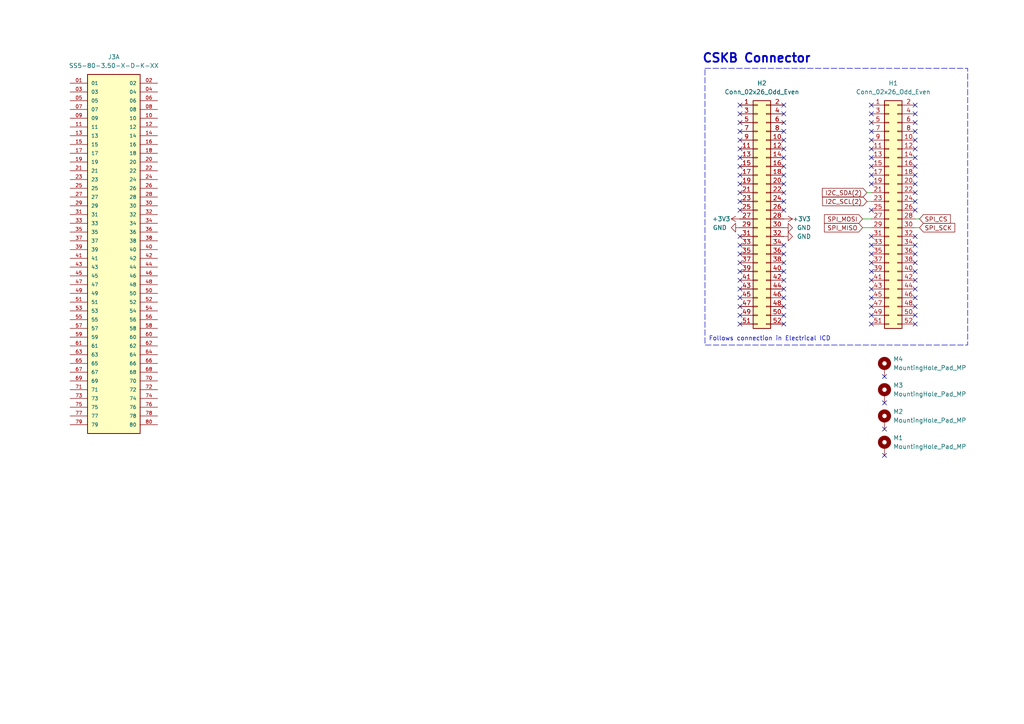
<source format=kicad_sch>
(kicad_sch (version 20250114) (generator "eeschema") (generator_version "9.0")
  (paper "A4")
  (lib_symbols
    (symbol "Connector_Generic:Conn_02x26_Odd_Even" (pin_names (offset 1.016) (hide yes))
      (property "Reference" "J" (at 1.27 33.02 0))
      (property "Value" "Conn_02x26_Odd_Even" (at 1.27 -35.56 0))
      (symbol "Conn_02x26_Odd_Even_1_1"
        (rectangle (start -1.27 31.75) (end 3.81 -34.29) (stroke (width 0.254)) (fill (type background)))
        (rectangle (start -1.27 30.607) (end 0 30.353) (stroke (width 0.1524)))
        (rectangle (start -1.27 28.067) (end 0 27.813) (stroke (width 0.1524)))
        (rectangle (start -1.27 25.527) (end 0 25.273) (stroke (width 0.1524)))
        (rectangle (start -1.27 22.987) (end 0 22.733) (stroke (width 0.1524)))
        (rectangle (start -1.27 20.447) (end 0 20.193) (stroke (width 0.1524)))
        (rectangle (start -1.27 17.907) (end 0 17.653) (stroke (width 0.1524)))
        (rectangle (start -1.27 15.367) (end 0 15.113) (stroke (width 0.1524)))
        (rectangle (start -1.27 12.827) (end 0 12.573) (stroke (width 0.1524)))
        (rectangle (start -1.27 10.287) (end 0 10.033) (stroke (width 0.1524)))
        (rectangle (start -1.27 7.747) (end 0 7.493) (stroke (width 0.1524)))
        (rectangle (start -1.27 5.207) (end 0 4.953) (stroke (width 0.1524)))
        (rectangle (start -1.27 2.667) (end 0 2.413) (stroke (width 0.1524)))
        (rectangle (start -1.27 0.127) (end 0 -0.127) (stroke (width 0.1524)))
        (rectangle (start -1.27 -2.413) (end 0 -2.667) (stroke (width 0.1524)))
        (rectangle (start -1.27 -4.953) (end 0 -5.207) (stroke (width 0.1524)))
        (rectangle (start -1.27 -7.493) (end 0 -7.747) (stroke (width 0.1524)))
        (rectangle (start -1.27 -10.033) (end 0 -10.287) (stroke (width 0.1524)))
        (rectangle (start -1.27 -12.573) (end 0 -12.827) (stroke (width 0.1524)))
        (rectangle (start -1.27 -15.113) (end 0 -15.367) (stroke (width 0.1524)))
        (rectangle (start -1.27 -17.653) (end 0 -17.907) (stroke (width 0.1524)))
        (rectangle (start -1.27 -20.193) (end 0 -20.447) (stroke (width 0.1524)))
        (rectangle (start -1.27 -22.733) (end 0 -22.987) (stroke (width 0.1524)))
        (rectangle (start -1.27 -25.273) (end 0 -25.527) (stroke (width 0.1524)))
        (rectangle (start -1.27 -27.813) (end 0 -28.067) (stroke (width 0.1524)))
        (rectangle (start -1.27 -30.353) (end 0 -30.607) (stroke (width 0.1524)))
        (rectangle (start -1.27 -32.893) (end 0 -33.147) (stroke (width 0.1524)))
        (rectangle (start 3.81 30.607) (end 2.54 30.353) (stroke (width 0.1524)))
        (rectangle (start 3.81 28.067) (end 2.54 27.813) (stroke (width 0.1524)))
        (rectangle (start 3.81 25.527) (end 2.54 25.273) (stroke (width 0.1524)))
        (rectangle (start 3.81 22.987) (end 2.54 22.733) (stroke (width 0.1524)))
        (rectangle (start 3.81 20.447) (end 2.54 20.193) (stroke (width 0.1524)))
        (rectangle (start 3.81 17.907) (end 2.54 17.653) (stroke (width 0.1524)))
        (rectangle (start 3.81 15.367) (end 2.54 15.113) (stroke (width 0.1524)))
        (rectangle (start 3.81 12.827) (end 2.54 12.573) (stroke (width 0.1524)))
        (rectangle (start 3.81 10.287) (end 2.54 10.033) (stroke (width 0.1524)))
        (rectangle (start 3.81 7.747) (end 2.54 7.493) (stroke (width 0.1524)))
        (rectangle (start 3.81 5.207) (end 2.54 4.953) (stroke (width 0.1524)))
        (rectangle (start 3.81 2.667) (end 2.54 2.413) (stroke (width 0.1524)))
        (rectangle (start 3.81 0.127) (end 2.54 -0.127) (stroke (width 0.1524)))
        (rectangle (start 3.81 -2.413) (end 2.54 -2.667) (stroke (width 0.1524)))
        (rectangle (start 3.81 -4.953) (end 2.54 -5.207) (stroke (width 0.1524)))
        (rectangle (start 3.81 -7.493) (end 2.54 -7.747) (stroke (width 0.1524)))
        (rectangle (start 3.81 -10.033) (end 2.54 -10.287) (stroke (width 0.1524)))
        (rectangle (start 3.81 -12.573) (end 2.54 -12.827) (stroke (width 0.1524)))
        (rectangle (start 3.81 -15.113) (end 2.54 -15.367) (stroke (width 0.1524)))
        (rectangle (start 3.81 -17.653) (end 2.54 -17.907) (stroke (width 0.1524)))
        (rectangle (start 3.81 -20.193) (end 2.54 -20.447) (stroke (width 0.1524)))
        (rectangle (start 3.81 -22.733) (end 2.54 -22.987) (stroke (width 0.1524)))
        (rectangle (start 3.81 -25.273) (end 2.54 -25.527) (stroke (width 0.1524)))
        (rectangle (start 3.81 -27.813) (end 2.54 -28.067) (stroke (width 0.1524)))
        (rectangle (start 3.81 -30.353) (end 2.54 -30.607) (stroke (width 0.1524)))
        (rectangle (start 3.81 -32.893) (end 2.54 -33.147) (stroke (width 0.1524)))
        (pin passive line (at -5.08 30.48 0) (length 3.81) (name "Pin_1") (number "1"))
        (pin passive line (at -5.08 27.94 0) (length 3.81) (name "Pin_3") (number "3"))
        (pin passive line (at -5.08 25.4 0) (length 3.81) (name "Pin_5") (number "5"))
        (pin passive line (at -5.08 22.86 0) (length 3.81) (name "Pin_7") (number "7"))
        (pin passive line (at -5.08 20.32 0) (length 3.81) (name "Pin_9") (number "9"))
        (pin passive line (at -5.08 17.78 0) (length 3.81) (name "Pin_11") (number "11"))
        (pin passive line (at -5.08 15.24 0) (length 3.81) (name "Pin_13") (number "13"))
        (pin passive line (at -5.08 12.7 0) (length 3.81) (name "Pin_15") (number "15"))
        (pin passive line (at -5.08 10.16 0) (length 3.81) (name "Pin_17") (number "17"))
        (pin passive line (at -5.08 7.62 0) (length 3.81) (name "Pin_19") (number "19"))
        (pin passive line (at -5.08 5.08 0) (length 3.81) (name "Pin_21") (number "21"))
        (pin passive line (at -5.08 2.54 0) (length 3.81) (name "Pin_23") (number "23"))
        (pin passive line (at -5.08 0 0) (length 3.81) (name "Pin_25") (number "25"))
        (pin passive line (at -5.08 -2.54 0) (length 3.81) (name "Pin_27") (number "27"))
        (pin passive line (at -5.08 -5.08 0) (length 3.81) (name "Pin_29") (number "29"))
        (pin passive line (at -5.08 -7.62 0) (length 3.81) (name "Pin_31") (number "31"))
        (pin passive line (at -5.08 -10.16 0) (length 3.81) (name "Pin_33") (number "33"))
        (pin passive line (at -5.08 -12.7 0) (length 3.81) (name "Pin_35") (number "35"))
        (pin passive line (at -5.08 -15.24 0) (length 3.81) (name "Pin_37") (number "37"))
        (pin passive line (at -5.08 -17.78 0) (length 3.81) (name "Pin_39") (number "39"))
        (pin passive line (at -5.08 -20.32 0) (length 3.81) (name "Pin_41") (number "41"))
        (pin passive line (at -5.08 -22.86 0) (length 3.81) (name "Pin_43") (number "43"))
        (pin passive line (at -5.08 -25.4 0) (length 3.81) (name "Pin_45") (number "45"))
        (pin passive line (at -5.08 -27.94 0) (length 3.81) (name "Pin_47") (number "47"))
        (pin passive line (at -5.08 -30.48 0) (length 3.81) (name "Pin_49") (number "49"))
        (pin passive line (at -5.08 -33.02 0) (length 3.81) (name "Pin_51") (number "51"))
        (pin passive line (at 7.62 30.48 180) (length 3.81) (name "Pin_2") (number "2"))
        (pin passive line (at 7.62 27.94 180) (length 3.81) (name "Pin_4") (number "4"))
        (pin passive line (at 7.62 25.4 180) (length 3.81) (name "Pin_6") (number "6"))
        (pin passive line (at 7.62 22.86 180) (length 3.81) (name "Pin_8") (number "8"))
        (pin passive line (at 7.62 20.32 180) (length 3.81) (name "Pin_10") (number "10"))
        (pin passive line (at 7.62 17.78 180) (length 3.81) (name "Pin_12") (number "12"))
        (pin passive line (at 7.62 15.24 180) (length 3.81) (name "Pin_14") (number "14"))
        (pin passive line (at 7.62 12.7 180) (length 3.81) (name "Pin_16") (number "16"))
        (pin passive line (at 7.62 10.16 180) (length 3.81) (name "Pin_18") (number "18"))
        (pin passive line (at 7.62 7.62 180) (length 3.81) (name "Pin_20") (number "20"))
        (pin passive line (at 7.62 5.08 180) (length 3.81) (name "Pin_22") (number "22"))
        (pin passive line (at 7.62 2.54 180) (length 3.81) (name "Pin_24") (number "24"))
        (pin passive line (at 7.62 0 180) (length 3.81) (name "Pin_26") (number "26"))
        (pin passive line (at 7.62 -2.54 180) (length 3.81) (name "Pin_28") (number "28"))
        (pin passive line (at 7.62 -5.08 180) (length 3.81) (name "Pin_30") (number "30"))
        (pin passive line (at 7.62 -7.62 180) (length 3.81) (name "Pin_32") (number "32"))
        (pin passive line (at 7.62 -10.16 180) (length 3.81) (name "Pin_34") (number "34"))
        (pin passive line (at 7.62 -12.7 180) (length 3.81) (name "Pin_36") (number "36"))
        (pin passive line (at 7.62 -15.24 180) (length 3.81) (name "Pin_38") (number "38"))
        (pin passive line (at 7.62 -17.78 180) (length 3.81) (name "Pin_40") (number "40"))
        (pin passive line (at 7.62 -20.32 180) (length 3.81) (name "Pin_42") (number "42"))
        (pin passive line (at 7.62 -22.86 180) (length 3.81) (name "Pin_44") (number "44"))
        (pin passive line (at 7.62 -25.4 180) (length 3.81) (name "Pin_46") (number "46"))
        (pin passive line (at 7.62 -27.94 180) (length 3.81) (name "Pin_48") (number "48"))
        (pin passive line (at 7.62 -30.48 180) (length 3.81) (name "Pin_50") (number "50"))
        (pin passive line (at 7.62 -33.02 180) (length 3.81) (name "Pin_52") (number "52"))
      )
    )
    (symbol "Mechanical:MountingHole_Pad_MP" (pin_numbers (hide yes)) (pin_names (offset 1.016) (hide yes)) (in_bom no)
      (property "Reference" "H" (at 0 6.35 0))
      (property "Value" "MountingHole_Pad_MP" (at 0 4.445 0))
      (symbol "MountingHole_Pad_MP_0_1"
        (circle (center 0 1.27) (radius 1.27) (stroke (width 1.27)))
      )
      (symbol "MountingHole_Pad_MP_1_1"
        (pin input line (at 0 -2.54 90) (length 2.54) (name "MP") (number "MP"))
      )
    )
    (symbol "adapter:SS5-80-3.50-X-D-K-XX" (pin_names (offset 1.016))
      (property "Reference" "J" (at -7.62 52.07 0))
      (property "Value" "SS5-80-3.50-X-D-K-XX" (at -7.62 -55.88 0))
      (symbol "SS5-80-3.50-X-D-K-XX_1_0"
        (rectangle (start -7.62 -53.34) (end 7.62 50.8) (stroke (width 0.254)) (fill (type background)))
        (pin passive line (at -12.7 48.26 0) (length 5.08) (name "01") (number "01"))
        (pin passive line (at -12.7 45.72 0) (length 5.08) (name "03") (number "03"))
        (pin passive line (at -12.7 43.18 0) (length 5.08) (name "05") (number "05"))
        (pin passive line (at -12.7 40.64 0) (length 5.08) (name "07") (number "07"))
        (pin passive line (at -12.7 38.1 0) (length 5.08) (name "09") (number "09"))
        (pin passive line (at -12.7 35.56 0) (length 5.08) (name "11") (number "11"))
        (pin passive line (at -12.7 33.02 0) (length 5.08) (name "13") (number "13"))
        (pin passive line (at -12.7 30.48 0) (length 5.08) (name "15") (number "15"))
        (pin passive line (at -12.7 27.94 0) (length 5.08) (name "17") (number "17"))
        (pin passive line (at -12.7 25.4 0) (length 5.08) (name "19") (number "19"))
        (pin passive line (at -12.7 22.86 0) (length 5.08) (name "21") (number "21"))
        (pin passive line (at -12.7 20.32 0) (length 5.08) (name "23") (number "23"))
        (pin passive line (at -12.7 17.78 0) (length 5.08) (name "25") (number "25"))
        (pin passive line (at -12.7 15.24 0) (length 5.08) (name "27") (number "27"))
        (pin passive line (at -12.7 12.7 0) (length 5.08) (name "29") (number "29"))
        (pin passive line (at -12.7 10.16 0) (length 5.08) (name "31") (number "31"))
        (pin passive line (at -12.7 7.62 0) (length 5.08) (name "33") (number "33"))
        (pin passive line (at -12.7 5.08 0) (length 5.08) (name "35") (number "35"))
        (pin passive line (at -12.7 2.54 0) (length 5.08) (name "37") (number "37"))
        (pin passive line (at -12.7 0 0) (length 5.08) (name "39") (number "39"))
        (pin passive line (at -12.7 -2.54 0) (length 5.08) (name "41") (number "41"))
        (pin passive line (at -12.7 -5.08 0) (length 5.08) (name "43") (number "43"))
        (pin passive line (at -12.7 -7.62 0) (length 5.08) (name "45") (number "45"))
        (pin passive line (at -12.7 -10.16 0) (length 5.08) (name "47") (number "47"))
        (pin passive line (at -12.7 -12.7 0) (length 5.08) (name "49") (number "49"))
        (pin passive line (at -12.7 -15.24 0) (length 5.08) (name "51") (number "51"))
        (pin passive line (at -12.7 -17.78 0) (length 5.08) (name "53") (number "53"))
        (pin passive line (at -12.7 -20.32 0) (length 5.08) (name "55") (number "55"))
        (pin passive line (at -12.7 -22.86 0) (length 5.08) (name "57") (number "57"))
        (pin passive line (at -12.7 -25.4 0) (length 5.08) (name "59") (number "59"))
        (pin passive line (at -12.7 -27.94 0) (length 5.08) (name "61") (number "61"))
        (pin passive line (at -12.7 -30.48 0) (length 5.08) (name "63") (number "63"))
        (pin passive line (at -12.7 -33.02 0) (length 5.08) (name "65") (number "65"))
        (pin passive line (at -12.7 -35.56 0) (length 5.08) (name "67") (number "67"))
        (pin passive line (at -12.7 -38.1 0) (length 5.08) (name "69") (number "69"))
        (pin passive line (at -12.7 -40.64 0) (length 5.08) (name "71") (number "71"))
        (pin passive line (at -12.7 -43.18 0) (length 5.08) (name "73") (number "73"))
        (pin passive line (at -12.7 -45.72 0) (length 5.08) (name "75") (number "75"))
        (pin passive line (at -12.7 -48.26 0) (length 5.08) (name "77") (number "77"))
        (pin passive line (at -12.7 -50.8 0) (length 5.08) (name "79") (number "79"))
        (pin passive line (at 12.7 48.26 180) (length 5.08) (name "02") (number "02"))
        (pin passive line (at 12.7 45.72 180) (length 5.08) (name "04") (number "04"))
        (pin passive line (at 12.7 43.18 180) (length 5.08) (name "06") (number "06"))
        (pin passive line (at 12.7 40.64 180) (length 5.08) (name "08") (number "08"))
        (pin passive line (at 12.7 38.1 180) (length 5.08) (name "10") (number "10"))
        (pin passive line (at 12.7 35.56 180) (length 5.08) (name "12") (number "12"))
        (pin passive line (at 12.7 33.02 180) (length 5.08) (name "14") (number "14"))
        (pin passive line (at 12.7 30.48 180) (length 5.08) (name "16") (number "16"))
        (pin passive line (at 12.7 27.94 180) (length 5.08) (name "18") (number "18"))
        (pin passive line (at 12.7 25.4 180) (length 5.08) (name "20") (number "20"))
        (pin passive line (at 12.7 22.86 180) (length 5.08) (name "22") (number "22"))
        (pin passive line (at 12.7 20.32 180) (length 5.08) (name "24") (number "24"))
        (pin passive line (at 12.7 17.78 180) (length 5.08) (name "26") (number "26"))
        (pin passive line (at 12.7 15.24 180) (length 5.08) (name "28") (number "28"))
        (pin passive line (at 12.7 12.7 180) (length 5.08) (name "30") (number "30"))
        (pin passive line (at 12.7 10.16 180) (length 5.08) (name "32") (number "32"))
        (pin passive line (at 12.7 7.62 180) (length 5.08) (name "34") (number "34"))
        (pin passive line (at 12.7 5.08 180) (length 5.08) (name "36") (number "36"))
        (pin passive line (at 12.7 2.54 180) (length 5.08) (name "38") (number "38"))
        (pin passive line (at 12.7 0 180) (length 5.08) (name "40") (number "40"))
        (pin passive line (at 12.7 -2.54 180) (length 5.08) (name "42") (number "42"))
        (pin passive line (at 12.7 -5.08 180) (length 5.08) (name "44") (number "44"))
        (pin passive line (at 12.7 -7.62 180) (length 5.08) (name "46") (number "46"))
        (pin passive line (at 12.7 -10.16 180) (length 5.08) (name "48") (number "48"))
        (pin passive line (at 12.7 -12.7 180) (length 5.08) (name "50") (number "50"))
        (pin passive line (at 12.7 -15.24 180) (length 5.08) (name "52") (number "52"))
        (pin passive line (at 12.7 -17.78 180) (length 5.08) (name "54") (number "54"))
        (pin passive line (at 12.7 -20.32 180) (length 5.08) (name "56") (number "56"))
        (pin passive line (at 12.7 -22.86 180) (length 5.08) (name "58") (number "58"))
        (pin passive line (at 12.7 -25.4 180) (length 5.08) (name "60") (number "60"))
        (pin passive line (at 12.7 -27.94 180) (length 5.08) (name "62") (number "62"))
        (pin passive line (at 12.7 -30.48 180) (length 5.08) (name "64") (number "64"))
        (pin passive line (at 12.7 -33.02 180) (length 5.08) (name "66") (number "66"))
        (pin passive line (at 12.7 -35.56 180) (length 5.08) (name "68") (number "68"))
        (pin passive line (at 12.7 -38.1 180) (length 5.08) (name "70") (number "70"))
        (pin passive line (at 12.7 -40.64 180) (length 5.08) (name "72") (number "72"))
        (pin passive line (at 12.7 -43.18 180) (length 5.08) (name "74") (number "74"))
        (pin passive line (at 12.7 -45.72 180) (length 5.08) (name "76") (number "76"))
        (pin passive line (at 12.7 -48.26 180) (length 5.08) (name "78") (number "78"))
        (pin passive line (at 12.7 -50.8 180) (length 5.08) (name "80") (number "80"))
      )
      (symbol "SS5-80-3.50-X-D-K-XX_2_0"
        (rectangle (start -7.62 -53.34) (end 7.62 50.8) (stroke (width 0.254)) (fill (type background)))
        (pin passive line (at -12.7 48.26 0) (length 5.08) (name "81") (number "81"))
        (pin passive line (at -12.7 45.72 0) (length 5.08) (name "83") (number "83"))
        (pin passive line (at -12.7 43.18 0) (length 5.08) (name "85") (number "85"))
        (pin passive line (at -12.7 40.64 0) (length 5.08) (name "87") (number "87"))
        (pin passive line (at -12.7 38.1 0) (length 5.08) (name "89") (number "89"))
        (pin passive line (at -12.7 35.56 0) (length 5.08) (name "91") (number "91"))
        (pin passive line (at -12.7 33.02 0) (length 5.08) (name "93") (number "93"))
        (pin passive line (at -12.7 30.48 0) (length 5.08) (name "95") (number "95"))
        (pin passive line (at -12.7 27.94 0) (length 5.08) (name "97") (number "97"))
        (pin passive line (at -12.7 25.4 0) (length 5.08) (name "99") (number "99"))
        (pin passive line (at -12.7 22.86 0) (length 5.08) (name "101") (number "101"))
        (pin passive line (at -12.7 20.32 0) (length 5.08) (name "103") (number "103"))
        (pin passive line (at -12.7 17.78 0) (length 5.08) (name "105") (number "105"))
        (pin passive line (at -12.7 15.24 0) (length 5.08) (name "107") (number "107"))
        (pin passive line (at -12.7 12.7 0) (length 5.08) (name "109") (number "109"))
        (pin passive line (at -12.7 10.16 0) (length 5.08) (name "111") (number "111"))
        (pin passive line (at -12.7 7.62 0) (length 5.08) (name "113") (number "113"))
        (pin passive line (at -12.7 5.08 0) (length 5.08) (name "115") (number "115"))
        (pin passive line (at -12.7 2.54 0) (length 5.08) (name "117") (number "117"))
        (pin passive line (at -12.7 0 0) (length 5.08) (name "119") (number "119"))
        (pin passive line (at -12.7 -2.54 0) (length 5.08) (name "121") (number "121"))
        (pin passive line (at -12.7 -5.08 0) (length 5.08) (name "123") (number "123"))
        (pin passive line (at -12.7 -7.62 0) (length 5.08) (name "125") (number "125"))
        (pin passive line (at -12.7 -10.16 0) (length 5.08) (name "127") (number "127"))
        (pin passive line (at -12.7 -12.7 0) (length 5.08) (name "129") (number "129"))
        (pin passive line (at -12.7 -15.24 0) (length 5.08) (name "131") (number "131"))
        (pin passive line (at -12.7 -17.78 0) (length 5.08) (name "133") (number "133"))
        (pin passive line (at -12.7 -20.32 0) (length 5.08) (name "135") (number "135"))
        (pin passive line (at -12.7 -22.86 0) (length 5.08) (name "137") (number "137"))
        (pin passive line (at -12.7 -25.4 0) (length 5.08) (name "139") (number "139"))
        (pin passive line (at -12.7 -27.94 0) (length 5.08) (name "141") (number "141"))
        (pin passive line (at -12.7 -30.48 0) (length 5.08) (name "143") (number "143"))
        (pin passive line (at -12.7 -33.02 0) (length 5.08) (name "145") (number "145"))
        (pin passive line (at -12.7 -35.56 0) (length 5.08) (name "147") (number "147"))
        (pin passive line (at -12.7 -38.1 0) (length 5.08) (name "149") (number "149"))
        (pin passive line (at -12.7 -40.64 0) (length 5.08) (name "151") (number "151"))
        (pin passive line (at -12.7 -43.18 0) (length 5.08) (name "153") (number "153"))
        (pin passive line (at -12.7 -45.72 0) (length 5.08) (name "155") (number "155"))
        (pin passive line (at -12.7 -48.26 0) (length 5.08) (name "157") (number "157"))
        (pin passive line (at -12.7 -50.8 0) (length 5.08) (name "159") (number "159"))
        (pin passive line (at 12.7 48.26 180) (length 5.08) (name "82") (number "82"))
        (pin passive line (at 12.7 45.72 180) (length 5.08) (name "84") (number "84"))
        (pin passive line (at 12.7 43.18 180) (length 5.08) (name "86") (number "86"))
        (pin passive line (at 12.7 40.64 180) (length 5.08) (name "88") (number "88"))
        (pin passive line (at 12.7 38.1 180) (length 5.08) (name "90") (number "90"))
        (pin passive line (at 12.7 35.56 180) (length 5.08) (name "92") (number "92"))
        (pin passive line (at 12.7 33.02 180) (length 5.08) (name "94") (number "94"))
        (pin passive line (at 12.7 30.48 180) (length 5.08) (name "96") (number "96"))
        (pin passive line (at 12.7 27.94 180) (length 5.08) (name "98") (number "98"))
        (pin passive line (at 12.7 25.4 180) (length 5.08) (name "100") (number "100"))
        (pin passive line (at 12.7 22.86 180) (length 5.08) (name "102") (number "102"))
        (pin passive line (at 12.7 20.32 180) (length 5.08) (name "104") (number "104"))
        (pin passive line (at 12.7 17.78 180) (length 5.08) (name "106") (number "106"))
        (pin passive line (at 12.7 15.24 180) (length 5.08) (name "108") (number "108"))
        (pin passive line (at 12.7 12.7 180) (length 5.08) (name "110") (number "110"))
        (pin passive line (at 12.7 10.16 180) (length 5.08) (name "112") (number "112"))
        (pin passive line (at 12.7 7.62 180) (length 5.08) (name "114") (number "114"))
        (pin passive line (at 12.7 5.08 180) (length 5.08) (name "116") (number "116"))
        (pin passive line (at 12.7 2.54 180) (length 5.08) (name "118") (number "118"))
        (pin passive line (at 12.7 0 180) (length 5.08) (name "120") (number "120"))
        (pin passive line (at 12.7 -2.54 180) (length 5.08) (name "122") (number "122"))
        (pin passive line (at 12.7 -5.08 180) (length 5.08) (name "124") (number "124"))
        (pin passive line (at 12.7 -7.62 180) (length 5.08) (name "126") (number "126"))
        (pin passive line (at 12.7 -10.16 180) (length 5.08) (name "128") (number "128"))
        (pin passive line (at 12.7 -12.7 180) (length 5.08) (name "130") (number "130"))
        (pin passive line (at 12.7 -15.24 180) (length 5.08) (name "132") (number "132"))
        (pin passive line (at 12.7 -17.78 180) (length 5.08) (name "134") (number "134"))
        (pin passive line (at 12.7 -20.32 180) (length 5.08) (name "136") (number "136"))
        (pin passive line (at 12.7 -22.86 180) (length 5.08) (name "138") (number "138"))
        (pin passive line (at 12.7 -25.4 180) (length 5.08) (name "140") (number "140"))
        (pin passive line (at 12.7 -27.94 180) (length 5.08) (name "142") (number "142"))
        (pin passive line (at 12.7 -30.48 180) (length 5.08) (name "144") (number "144"))
        (pin passive line (at 12.7 -33.02 180) (length 5.08) (name "146") (number "146"))
        (pin passive line (at 12.7 -35.56 180) (length 5.08) (name "148") (number "148"))
        (pin passive line (at 12.7 -38.1 180) (length 5.08) (name "150") (number "150"))
        (pin passive line (at 12.7 -40.64 180) (length 5.08) (name "152") (number "152"))
        (pin passive line (at 12.7 -43.18 180) (length 5.08) (name "154") (number "154"))
        (pin passive line (at 12.7 -45.72 180) (length 5.08) (name "156") (number "156"))
        (pin passive line (at 12.7 -48.26 180) (length 5.08) (name "158") (number "158"))
        (pin passive line (at 12.7 -50.8 180) (length 5.08) (name "160") (number "160"))
      )
    )
    (symbol "power:+3V3" (power) (pin_numbers (hide yes)) (pin_names (offset 0) (hide yes))
      (property "Value" "+3V3" (at 0 3.556 0))
      (symbol "+3V3_0_1"
        (polyline (pts (xy -0.762 1.27) (xy 0 2.54)))
        (polyline (pts (xy 0 2.54) (xy 0.762 1.27)))
        (polyline (pts (xy 0 0) (xy 0 2.54)))
      )
      (symbol "+3V3_1_1"
        (pin power_in line (at 0 0 90) (length 0) (name "~") (number "1"))
      )
    )
    (symbol "power:GND" (power) (pin_numbers (hide yes)) (pin_names (offset 0) (hide yes))
      (property "Value" "GND" (at 0 -3.81 0))
      (symbol "GND_0_1"
        (polyline (pts (xy 0 0) (xy 0 -1.27) (xy 1.27 -1.27) (xy 0 -2.54) (xy -1.27 -1.27) (xy 0 -1.27)))
      )
      (symbol "GND_1_1"
        (pin power_in line (at 0 0 270) (length 0) (name "~") (number "1"))
      )
    )
  )
  (rectangle (start 204.47 19.812) (end 280.67 100.076) (stroke (width 0) (type dash)))
  (text "CSKB Connector" (at 219.456 17.018 0) (effects (font (size 2.54 2.54) (thickness 0.508) (bold yes))))
  (text "Follows connection in Electrical ICD" (at 223.266 98.298 0) (effects (font (size 1.27 1.27))))
  (no_connect (at 214.63 83.82))
  (no_connect (at 265.43 45.72))
  (no_connect (at 252.73 50.8))
  (no_connect (at 265.43 55.88))
  (no_connect (at 214.63 58.42))
  (no_connect (at 265.43 76.2))
  (no_connect (at 265.43 81.28))
  (no_connect (at 214.63 86.36))
  (no_connect (at 252.73 60.96))
  (no_connect (at 227.33 53.34))
  (no_connect (at 252.73 40.64))
  (no_connect (at 252.73 73.66))
  (no_connect (at 265.43 68.58))
  (no_connect (at 214.63 33.02))
  (no_connect (at 252.73 38.1))
  (no_connect (at 265.43 71.12))
  (no_connect (at 252.73 48.26))
  (no_connect (at 252.73 35.56))
  (no_connect (at 256.54 116.84))
  (no_connect (at 227.33 48.26))
  (no_connect (at 227.33 35.56))
  (no_connect (at 227.33 30.48))
  (no_connect (at 227.33 86.36))
  (no_connect (at 227.33 60.96))
  (no_connect (at 214.63 38.1))
  (no_connect (at 214.63 91.44))
  (no_connect (at 214.63 35.56))
  (no_connect (at 265.43 33.02))
  (no_connect (at 265.43 43.18))
  (no_connect (at 265.43 88.9))
  (no_connect (at 227.33 55.88))
  (no_connect (at 227.33 81.28))
  (no_connect (at 214.63 45.72))
  (no_connect (at 227.33 33.02))
  (no_connect (at 265.43 93.98))
  (no_connect (at 227.33 40.64))
  (no_connect (at 214.63 68.58))
  (no_connect (at 214.63 40.64))
  (no_connect (at 214.63 60.96))
  (no_connect (at 214.63 48.26))
  (no_connect (at 252.73 93.98))
  (no_connect (at 227.33 78.74))
  (no_connect (at 265.43 83.82))
  (no_connect (at 265.43 78.74))
  (no_connect (at 256.54 124.46))
  (no_connect (at 265.43 73.66))
  (no_connect (at 252.73 53.34))
  (no_connect (at 265.43 40.64))
  (no_connect (at 214.63 50.8))
  (no_connect (at 265.43 35.56))
  (no_connect (at 214.63 76.2))
  (no_connect (at 214.63 71.12))
  (no_connect (at 252.73 88.9))
  (no_connect (at 227.33 38.1))
  (no_connect (at 265.43 38.1))
  (no_connect (at 252.73 86.36))
  (no_connect (at 227.33 43.18))
  (no_connect (at 252.73 76.2))
  (no_connect (at 252.73 43.18))
  (no_connect (at 265.43 50.8))
  (no_connect (at 214.63 93.98))
  (no_connect (at 227.33 93.98))
  (no_connect (at 214.63 30.48))
  (no_connect (at 252.73 81.28))
  (no_connect (at 265.43 91.44))
  (no_connect (at 252.73 91.44))
  (no_connect (at 214.63 43.18))
  (no_connect (at 252.73 78.74))
  (no_connect (at 227.33 83.82))
  (no_connect (at 252.73 83.82))
  (no_connect (at 265.43 60.96))
  (no_connect (at 265.43 53.34))
  (no_connect (at 252.73 30.48))
  (no_connect (at 227.33 71.12))
  (no_connect (at 265.43 30.48))
  (no_connect (at 227.33 58.42))
  (no_connect (at 227.33 73.66))
  (no_connect (at 256.54 109.22))
  (no_connect (at 252.73 71.12))
  (no_connect (at 265.43 86.36))
  (no_connect (at 214.63 88.9))
  (no_connect (at 252.73 45.72))
  (no_connect (at 227.33 91.44))
  (no_connect (at 227.33 50.8))
  (no_connect (at 256.54 132.08))
  (no_connect (at 252.73 68.58))
  (no_connect (at 227.33 45.72))
  (no_connect (at 214.63 78.74))
  (no_connect (at 252.73 33.02))
  (no_connect (at 214.63 73.66))
  (no_connect (at 265.43 48.26))
  (no_connect (at 214.63 81.28))
  (no_connect (at 227.33 76.2))
  (no_connect (at 214.63 53.34))
  (no_connect (at 227.33 88.9))
  (no_connect (at 214.63 55.88))
  (no_connect (at 265.43 58.42))
  (wire (pts (xy 266.7 63.5) (xy 265.43 63.5)))
  (wire (pts (xy 251.46 58.42) (xy 252.73 58.42)))
  (wire (pts (xy 250.19 63.5) (xy 252.73 63.5)))
  (wire (pts (xy 251.46 55.88) (xy 252.73 55.88)))
  (wire (pts (xy 266.7 66.04) (xy 265.43 66.04)))
  (wire (pts (xy 250.19 66.04) (xy 252.73 66.04)))
  (global_label "SPI_CS" (shape input) (at 266.7 63.5 0) (property "Intersheetrefs" "${INTERSHEET_REFS}" (effects (hide yes))))
  (global_label "I2C_SDA(2)" (shape input) (at 251.46 55.88 180) (property "Intersheetrefs" "${INTERSHEET_REFS}" (effects (hide yes))))
  (global_label "SPI_SCK" (shape input) (at 266.7 66.04 0) (property "Intersheetrefs" "${INTERSHEET_REFS}" (effects (hide yes))))
  (global_label "SPI_MOSI" (shape input) (at 250.19 63.5 180) (property "Intersheetrefs" "${INTERSHEET_REFS}" (effects (hide yes))))
  (global_label "SPI_MISO" (shape input) (at 250.19 66.04 180) (property "Intersheetrefs" "${INTERSHEET_REFS}" (effects (hide yes))))
  (global_label "I2C_SCL(2)" (shape input) (at 251.46 58.42 180) (property "Intersheetrefs" "${INTERSHEET_REFS}" (effects (hide yes))))
  (symbol (lib_id "power:GND") (at 227.33 66.04 90) (unit 1)
    (property "Reference" "#PWR09" (effects (hide yes)))
    (property "Value" "GND" (at 231.14 66.0399 90) (effects (justify right)))
    (property "Description" "Power symbol creates a global label with name \"GND\" , ground" (effects (hide yes)))
  )
  (symbol (lib_id "Mechanical:MountingHole_Pad_MP") (at 256.54 129.54 0) (unit 1) (in_bom no)
    (property "Reference" "M1" (at 259.08 126.9999 0) (effects (justify left)))
    (property "Value" "MountingHole_Pad_MP" (at 259.08 129.5399 0) (effects (justify left)))
    (property "Footprint" "adapter:MountingHole_3.18mm_6.35mm_Pad" (effects (hide yes)))
    (property "Description" "Mounting Hole with connection as pad named MP" (effects (hide yes)))
  )
  (symbol (lib_id "power:GND") (at 227.33 68.58 90) (unit 1)
    (property "Reference" "#PWR010" (effects (hide yes)))
    (property "Value" "GND" (at 231.14 68.5799 90) (effects (justify right)))
    (property "Description" "Power symbol creates a global label with name \"GND\" , ground" (effects (hide yes)))
  )
  (symbol (lib_id "power:+3V3") (at 227.33 63.5 270) (unit 1)
    (property "Reference" "#PWR06" (effects (hide yes)))
    (property "Value" "+3V3" (at 229.87 63.5 90) (effects (justify left)))
    (property "Description" "Power symbol creates a global label with name \"+3V3\"" (effects (hide yes)))
  )
  (symbol (lib_id "Mechanical:MountingHole_Pad_MP") (at 256.54 114.3 0) (unit 1) (in_bom no)
    (property "Reference" "M3" (at 259.08 111.7599 0) (effects (justify left)))
    (property "Value" "MountingHole_Pad_MP" (at 259.08 114.2999 0) (effects (justify left)))
    (property "Footprint" "adapter:MountingHole_3.18mm_6.35mm_Pad" (effects (hide yes)))
    (property "Description" "Mounting Hole with connection as pad named MP" (effects (hide yes)))
  )
  (symbol (lib_id "power:GND") (at 214.63 66.04 270) (unit 1)
    (property "Reference" "#PWR08" (effects (hide yes)))
    (property "Value" "GND" (at 210.82 66.04 90) (effects (justify right)))
    (property "Description" "Power symbol creates a global label with name \"GND\" , ground" (effects (hide yes)))
  )
  (symbol (lib_id "Mechanical:MountingHole_Pad_MP") (at 256.54 121.92 0) (unit 1) (in_bom no)
    (property "Reference" "M2" (at 259.08 119.3799 0) (effects (justify left)))
    (property "Value" "MountingHole_Pad_MP" (at 259.08 121.9199 0) (effects (justify left)))
    (property "Footprint" "adapter:MountingHole_3.18mm_6.35mm_Pad" (effects (hide yes)))
    (property "Description" "Mounting Hole with connection as pad named MP" (effects (hide yes)))
  )
  (symbol (lib_id "Connector_Generic:Conn_02x26_Odd_Even") (at 257.81 60.96 0) (unit 1)
    (property "Reference" "H1" (at 259.08 24.13 0))
    (property "Value" "Conn_02x26_Odd_Even" (at 259.08 26.67 0))
    (property "Footprint" "adapter:RHDR52W64P254_2X26_6654X495X1135P" (effects (hide yes)))
    (property "Description" "Generic connector, double row, 02x26, odd/even pin numbering scheme (row 1 odd numbers, row 2 even numbers), script generated (kicad-library-utils/schlib/autogen/connector/)" (effects (hide yes)))
  )
  (symbol (lib_id "power:+3V3") (at 214.63 63.5 90) (unit 1)
    (property "Reference" "#PWR013" (effects (hide yes)))
    (property "Value" "+3V3" (at 211.836 63.5 90) (effects (justify left)))
    (property "Description" "Power symbol creates a global label with name \"+3V3\"" (effects (hide yes)))
  )
  (symbol (lib_id "Mechanical:MountingHole_Pad_MP") (at 256.54 106.68 0) (unit 1) (in_bom no)
    (property "Reference" "M4" (at 259.08 104.1399 0) (effects (justify left)))
    (property "Value" "MountingHole_Pad_MP" (at 259.08 106.6799 0) (effects (justify left)))
    (property "Footprint" "adapter:MountingHole_3.18mm_6.35mm_Pad" (effects (hide yes)))
    (property "Description" "Mounting Hole with connection as pad named MP" (effects (hide yes)))
  )
  (symbol (lib_id "adapter:SS5-80-3.50-X-D-K-XX") (at 33.02 72.39 0) (unit 1)
    (property "Reference" "J3" (at 33.02 16.51 0))
    (property "Value" "SS5-80-3.50-X-D-K-XX" (at 33.02 19.05 0))
    (property "Footprint" "adapter:SAMTEC_SS5-80-3.50-X-D-K-XX" (effects (hide yes)))
    (property "Datasheet" "https://www.samtec.com/products/ss5" (effects (hide yes)))
    (property "PARTREV" "F" (effects (hide yes)))
    (property "MANUFACTURER" "Samtec" (effects (hide yes)))
    (property "MAXIMUM_PACKAGE_HEIGHT" "4.0 mm" (effects (hide yes)))
    (property "STANDARD" "Manufacturer Recommendations" (effects (hide yes)))
  )
  (symbol (lib_id "Connector_Generic:Conn_02x26_Odd_Even") (at 219.71 60.96 0) (unit 1)
    (property "Reference" "H2" (at 220.98 24.13 0))
    (property "Value" "Conn_02x26_Odd_Even" (at 220.98 26.67 0))
    (property "Footprint" "adapter:RHDR52W64P254_2X26_6654X495X1135P" (effects (hide yes)))
    (property "Description" "Generic connector, double row, 02x26, odd/even pin numbering scheme (row 1 odd numbers, row 2 even numbers), script generated (kicad-library-utils/schlib/autogen/connector/)" (effects (hide yes)))
  )
)
</source>
